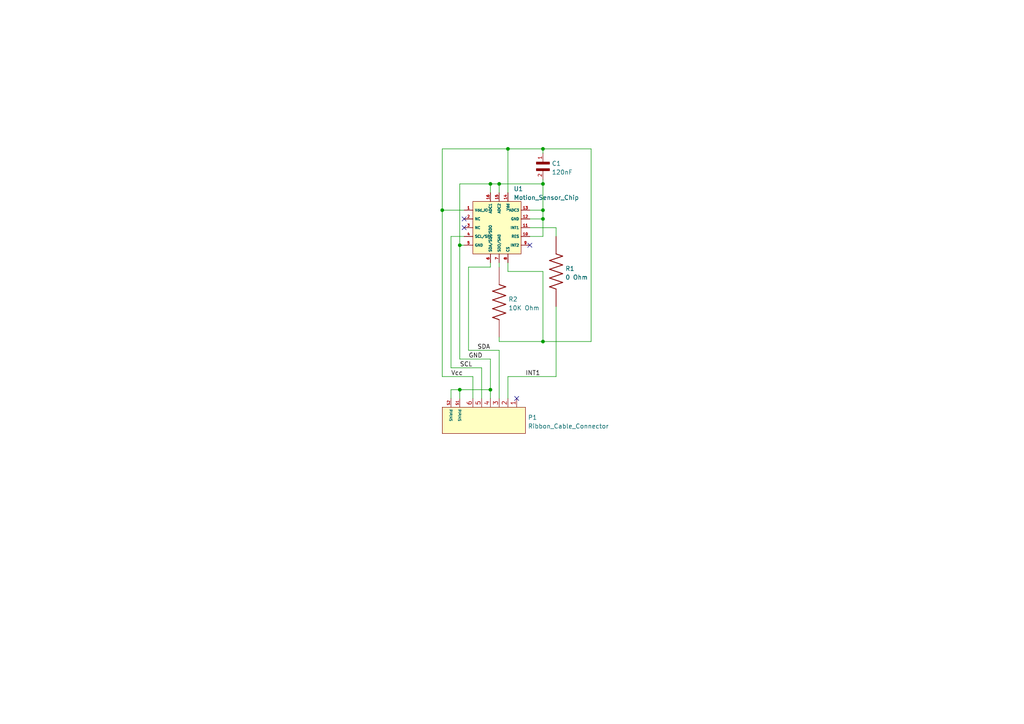
<source format=kicad_sch>
(kicad_sch (version 20211123) (generator eeschema)
  (paper "A4")
  (lib_symbols
    (symbol "August Lock Motion Board:Motion_Sensor_Chip"
      (property "Reference" "U" (at 6.35 -7.62 0))
      (property "Value" "Motion_Sensor_Chip" (at 7.62 5.08 0))
      (symbol "Motion_Sensor_Chip_0_1"
        (rectangle (start 0 0) (end 13.97 -15.24) (stroke (width 0.1524)) (fill (type background)))
      )
      (symbol "Motion_Sensor_Chip_1_1"
        (pin input line (at -2.54 -2.54 0) (length 2.54) (name "Vdd_IO") (number "1"))
        (pin input line (at 16.51 -10.16 180) (length 2.54) (name "RES") (number "10"))
        (pin input line (at 16.51 -7.62 180) (length 2.54) (name "INT1") (number "11"))
        (pin input line (at 16.51 -5.08 180) (length 2.54) (name "GND") (number "12"))
        (pin input line (at 16.51 -2.54 180) (length 2.54) (name "ADC3") (number "13"))
        (pin input line (at 10.16 2.54 270) (length 2.54) (name "Vdd") (number "14"))
        (pin input line (at 7.62 2.54 270) (length 2.54) (name "ADC2") (number "15"))
        (pin input line (at 5.08 2.54 270) (length 2.54) (name "ADC1") (number "16"))
        (pin input line (at -2.54 -5.08 0) (length 2.54) (name "NC") (number "2"))
        (pin input line (at -2.54 -7.62 0) (length 2.54) (name "NC") (number "3"))
        (pin input line (at -2.54 -10.16 0) (length 2.54) (name "SCL/SPC") (number "4"))
        (pin input line (at -2.54 -12.7 0) (length 2.54) (name "GND") (number "5"))
        (pin input line (at 5.08 -17.78 90) (length 2.54) (name "SDA/SDI/SDO") (number "6"))
        (pin input line (at 7.62 -17.78 90) (length 2.54) (name "SDO/SA0") (number "7"))
        (pin input line (at 10.16 -17.78 90) (length 2.54) (name "CS") (number "8"))
        (pin input line (at 16.51 -12.7 180) (length 2.54) (name "INT2") (number "9"))
      )
    )
    (symbol "August Lock Motion Board:Ribbon_Cable_Connector"
      (property "Reference" "P" (at 3.81 -8.89 0))
      (property "Value" "Ribbon_Cable_Connector" (at 3.81 2.54 0))
      (symbol "Ribbon_Cable_Connector_0_1"
        (rectangle (start 0 0) (end 7.62 -24.13) (stroke (width 0.1524)) (fill (type background)))
      )
      (symbol "Ribbon_Cable_Connector_1_1"
        (pin input line (at 10.16 -2.54 180) (length 2.54) (name "") (number "1"))
        (pin input line (at 10.16 -5.08 180) (length 2.54) (name "") (number "2"))
        (pin input line (at 10.16 -7.62 180) (length 2.54) (name "") (number "3"))
        (pin input line (at 10.16 -10.16 180) (length 2.54) (name "") (number "4"))
        (pin input line (at 10.16 -12.7 180) (length 2.54) (name "") (number "5"))
        (pin input line (at 10.16 -15.24 180) (length 2.54) (name "") (number "6"))
        (pin input line (at 10.16 -19.05 180) (length 2.54) (name "Shield") (number "S1"))
        (pin input line (at 10.16 -21.59 180) (length 2.54) (name "Shield") (number "S2"))
      )
    )
    (symbol "SMD_Cap:Cap_0603" (pin_names (offset 1.016) hide)
      (property "Reference" "C" (at 0 3.81 0))
      (property "Value" "Cap_0603" (at 0 -5.08 0))
      (symbol "Cap_0603_0_0"
        (rectangle (start 0 -1.905) (end 0.635 1.905) (fill (type outline)))
        (rectangle (start 1.905 -1.905) (end 2.54 1.905) (fill (type outline)))
        (pin passive line (at -2.54 0 0) (length 2.54) (name "~") (number "1"))
        (pin passive line (at 5.08 0 180) (length 2.54) (name "~") (number "2"))
      )
    )
    (symbol "resistor:Resistor_0603" (pin_numbers hide) (pin_names (offset 1.016) hide)
      (property "Reference" "R" (at -7.62 2.54 0))
      (property "Value" "Resistor_0603" (at -7.62 -5.08 0))
      (symbol "Resistor_0603_0_0"
        (polyline (pts (xy -5.08 0) (xy -4.445 1.905)) (stroke (width 0.254)))
        (polyline (pts (xy -4.445 1.905) (xy -3.175 -1.905)) (stroke (width 0.254)))
        (polyline (pts (xy -3.175 -1.905) (xy -1.905 1.905)) (stroke (width 0.254)))
        (polyline (pts (xy -1.905 1.905) (xy -0.635 -1.905)) (stroke (width 0.254)))
        (polyline (pts (xy -0.635 -1.905) (xy 0.635 1.905)) (stroke (width 0.254)))
        (polyline (pts (xy 0.635 1.905) (xy 1.905 -1.905)) (stroke (width 0.254)))
        (polyline (pts (xy 1.905 -1.905) (xy 3.175 1.905)) (stroke (width 0.254)))
        (polyline (pts (xy 3.175 1.905) (xy 4.445 -1.905)) (stroke (width 0.254)))
        (polyline (pts (xy 4.445 -1.905) (xy 5.08 0)) (stroke (width 0.254)))
        (pin passive line (at -10.16 0 0) (length 5.08) (name "~") (number "1"))
        (pin passive line (at 10.16 0 180) (length 5.08) (name "~") (number "2"))
      )
    )
  )
  (junction (at 157.48 99.06))
  (junction (at 133.35 113.03))
  (junction (at 157.48 53.34))
  (junction (at 157.48 60.96))
  (junction (at 157.48 63.5))
  (junction (at 128.27 60.96))
  (junction (at 144.78 53.34))
  (junction (at 147.32 43.18))
  (junction (at 142.24 113.03))
  (junction (at 157.48 43.18))
  (junction (at 133.35 71.12))
  (junction (at 142.24 53.34))
  (no_connect (at 153.67 71.12))
  (no_connect (at 134.62 63.5))
  (no_connect (at 134.62 66.04))
  (no_connect (at 149.86 115.57))
  (wire (pts (xy 130.81 106.68) (xy 139.7 106.68)))
  (wire (pts (xy 157.48 60.96) (xy 157.48 53.34)))
  (wire (pts (xy 157.48 63.5) (xy 157.48 68.58)))
  (wire (pts (xy 142.24 55.88) (xy 142.24 53.34)))
  (wire (pts (xy 133.35 113.03) (xy 142.24 113.03)))
  (wire (pts (xy 137.16 109.22) (xy 137.16 115.57)))
  (wire (pts (xy 135.89 101.6) (xy 144.78 101.6)))
  (wire (pts (xy 133.35 113.03) (xy 133.35 115.57)))
  (wire (pts (xy 142.24 113.03) (xy 142.24 115.57)))
  (wire (pts (xy 161.29 109.22) (xy 161.29 88.9)))
  (wire (pts (xy 147.32 43.18) (xy 128.27 43.18)))
  (wire (pts (xy 161.29 68.58) (xy 161.29 66.04)))
  (wire (pts (xy 134.62 68.58) (xy 130.81 68.58)))
  (wire (pts (xy 147.32 115.57) (xy 147.32 109.22)))
  (wire (pts (xy 157.48 53.34) (xy 157.48 52.07)))
  (wire (pts (xy 133.35 71.12) (xy 134.62 71.12)))
  (wire (pts (xy 153.67 66.04) (xy 161.29 66.04)))
  (wire (pts (xy 128.27 43.18) (xy 128.27 60.96)))
  (wire (pts (xy 133.35 71.12) (xy 133.35 53.34)))
  (wire (pts (xy 130.81 115.57) (xy 130.81 113.03)))
  (wire (pts (xy 171.45 99.06) (xy 171.45 43.18)))
  (wire (pts (xy 139.7 106.68) (xy 139.7 115.57)))
  (wire (pts (xy 142.24 104.14) (xy 142.24 113.03)))
  (wire (pts (xy 142.24 53.34) (xy 144.78 53.34)))
  (wire (pts (xy 153.67 63.5) (xy 157.48 63.5)))
  (wire (pts (xy 147.32 109.22) (xy 161.29 109.22)))
  (wire (pts (xy 144.78 101.6) (xy 144.78 115.57)))
  (wire (pts (xy 130.81 113.03) (xy 133.35 113.03)))
  (wire (pts (xy 157.48 43.18) (xy 157.48 44.45)))
  (wire (pts (xy 157.48 78.74) (xy 157.48 99.06)))
  (wire (pts (xy 147.32 78.74) (xy 157.48 78.74)))
  (wire (pts (xy 157.48 99.06) (xy 171.45 99.06)))
  (wire (pts (xy 147.32 76.2) (xy 147.32 78.74)))
  (wire (pts (xy 133.35 104.14) (xy 142.24 104.14)))
  (wire (pts (xy 144.78 53.34) (xy 157.48 53.34)))
  (wire (pts (xy 133.35 71.12) (xy 133.35 104.14)))
  (wire (pts (xy 157.48 43.18) (xy 147.32 43.18)))
  (wire (pts (xy 133.35 53.34) (xy 142.24 53.34)))
  (wire (pts (xy 153.67 60.96) (xy 157.48 60.96)))
  (wire (pts (xy 135.89 77.47) (xy 142.24 77.47)))
  (wire (pts (xy 144.78 97.79) (xy 144.78 99.06)))
  (wire (pts (xy 157.48 63.5) (xy 157.48 60.96)))
  (wire (pts (xy 142.24 77.47) (xy 142.24 76.2)))
  (wire (pts (xy 144.78 76.2) (xy 144.78 77.47)))
  (wire (pts (xy 130.81 68.58) (xy 130.81 106.68)))
  (wire (pts (xy 128.27 60.96) (xy 128.27 109.22)))
  (wire (pts (xy 157.48 68.58) (xy 153.67 68.58)))
  (wire (pts (xy 147.32 43.18) (xy 147.32 55.88)))
  (wire (pts (xy 144.78 99.06) (xy 157.48 99.06)))
  (wire (pts (xy 135.89 77.47) (xy 135.89 101.6)))
  (wire (pts (xy 171.45 43.18) (xy 157.48 43.18)))
  (wire (pts (xy 128.27 60.96) (xy 134.62 60.96)))
  (wire (pts (xy 128.27 109.22) (xy 137.16 109.22)))
  (wire (pts (xy 144.78 53.34) (xy 144.78 55.88)))
  (label "Vcc" (at 130.81 109.22 0))
  (label "SCL" (at 133.35 106.68 0))
  (label "INT1" (at 152.4 109.22 0))
  (label "GND" (at 135.89 104.14 0))
  (label "SDA" (at 138.43 101.6 0))
  (symbol (lib_id "SMD_Cap:Cap_0603") (at 157.48 46.99 270) (unit 1)
    (property "Reference" "C1" (at 160.02 47.4253 90) (effects (justify left)))
    (property "Value" "120nF" (at 160.02 49.9622 90) (effects (justify left)))
    (property "Footprint" "Capacitor_SMD:C_0603_1608Metric" (effects hide))
  )
  (symbol (lib_id "August Lock Motion Board:Motion_Sensor_Chip") (at 137.16 58.42 0) (unit 1)
    (property "Reference" "U1" (at 148.9711 54.771 0) (effects (justify left)))
    (property "Value" "Motion_Sensor_Chip" (at 148.9711 57.3079 0) (effects (justify left)))
    (property "Footprint" "August Lock Motion Board:Motion_Chip" (effects hide))
  )
  (symbol (lib_id "August Lock Motion Board:Ribbon_Cable_Connector") (at 152.4 125.73 270) (mirror x) (unit 1)
    (property "Reference" "P1" (at 153.1112 121.0853 90) (effects (justify left)))
    (property "Value" "Ribbon_Cable_Connector" (at 153.1112 123.6222 90) (effects (justify left)))
    (property "Footprint" "August Lock Motion Board:Ribbon Connector" (effects hide))
  )
  (symbol (lib_id "resistor:Resistor_0603") (at 161.29 78.74 90) (unit 1)
    (property "Reference" "R1" (at 163.957 77.9053 90) (effects (justify right)))
    (property "Value" "0 Ohm" (at 163.957 80.4422 90) (effects (justify right)))
    (property "Footprint" "Resistor_SMD:R_0603_1608Metric" (effects hide))
  )
  (symbol (lib_id "resistor:Resistor_0603") (at 144.78 87.63 270) (unit 1)
    (property "Reference" "R2" (at 147.447 86.7953 90) (effects (justify left)))
    (property "Value" "10K Ohm" (at 147.447 89.3322 90) (effects (justify left)))
    (property "Footprint" "Resistor_SMD:R_0603_1608Metric" (effects hide))
  )
)
</source>
